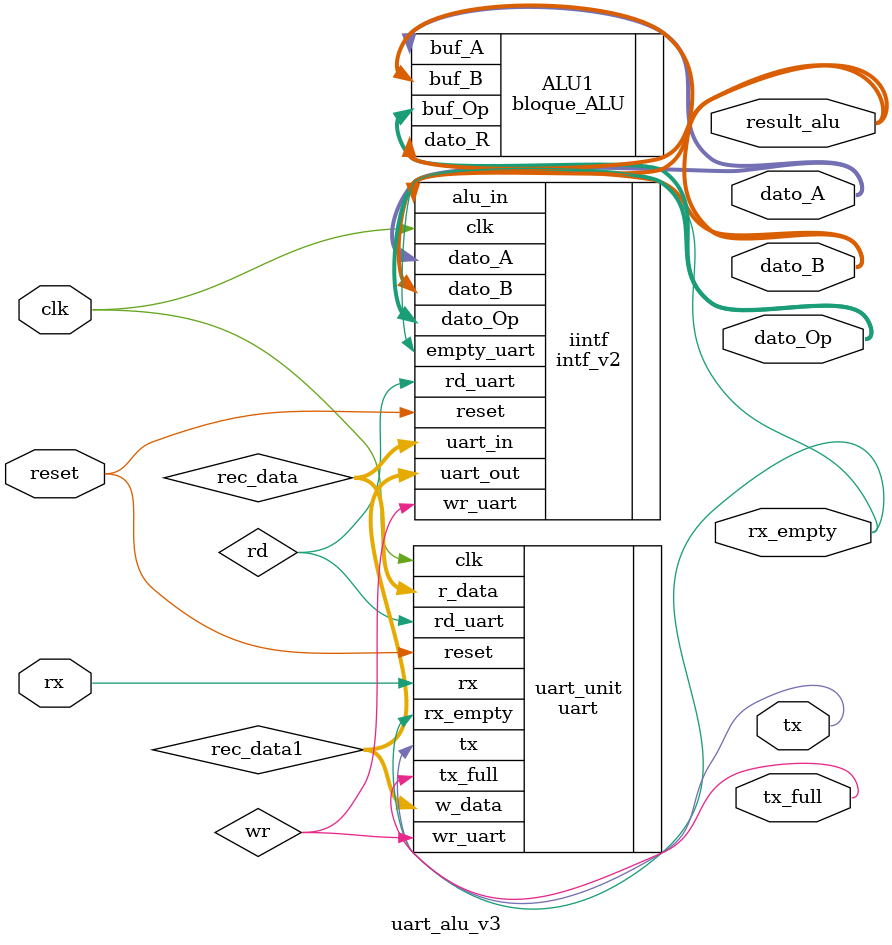
<source format=v>
`timescale 1ns / 1ps
module uart_alu_v3
#(parameter		DBIT = 8, // numero de bits de datos
					SB_TICK = 16, // numero de tick en bit stop
					FIFO_W = 2 // numero de direcciones en buff fifo
)
(clk, reset, rx, tx_full, rx_empty, tx,
 result_alu, dato_A, dato_B, dato_Op);
	
	// Entradas modulo
	input clk;
	input reset;
	input rx;
	//input [DBIT-1:0] dato_tx;
	//input btn_wr;
	
	// Salidas modulo
	output tx;
	output wire tx_full, rx_empty;
	//output wire [DBIT-1:0] r_data; // testbench
	wire [DBIT-1:0] r_data; // realidad
	
	// Variables internas
	//reg clk;
	wire rd, wr; // wr_tick, rd_tick;
   wire [DBIT-1:0] rec_data, rec_data1;
	//wire [DBIT-1:0] buffer; // buffer salida de intf para entrada de manejador ALU
	output wire [DBIT-1:0] result_alu; // resultado de ALU y entrada de intf (alu_in)
	//wire [2:0] pulsadores;
	output wire [DBIT-1:0] dato_A,dato_B;
	output wire [5:0] dato_Op;
	//wire [2:0] pulsadores_tick; // Pulsadores sin rebote (antirrebote)

	// Instancia uart
   uart #(.DBIT(DBIT), .SB_TICK(SB_TICK), .FIFO_W(FIFO_W))
	uart_unit
      (.clk(clk), .reset(reset), .rd_uart(rd),
       .wr_uart(wr), .rx(rx), .w_data(rec_data1),
       .tx_full(tx_full), .rx_empty(rx_empty),
       .r_data(rec_data), .tx(tx));
		 
   /*/ Instancia circuito debounce (antirrebote en pulsadores)
   debounce btn_db_unit
      (.clk(clk), .reset(reset), .sw(rd),
       .db_level(), .db_tick(rd_tick));
		 
	 debounce btn_db_unit2
      (.clk(clk), .reset(reset), .sw(wr),
       .db_level(), .db_tick(wr_tick));*/

	// Instancia de ALU
	bloque_ALU #(.nbits(DBIT)) // paso de parametro, 8 bits en este caso
	ALU1(
		.buf_A(dato_A),
		.buf_B(dato_B),
		.buf_Op(dato_Op),
		.dato_R(result_alu)//.dato_R(dato_R) -> repetando forma 2 de bloque ALU
	);
	
	
	// Instancia de modulo intf
	intf_v2 #(.N(DBIT))
	iintf (
		.clk(clk), 
		.reset(reset), 
		.empty_uart(rx_empty), 
		.uart_in(rec_data), 
		.alu_in(result_alu), 
		.uart_out(rec_data1), // relaidad (rec_data1) 
		.dato_A(dato_A),
		.dato_B(dato_B),
		.dato_Op(dato_Op),
		.rd_uart(rd), 
		.wr_uart(wr)// poner wr
	);
	
	
	//assign rec_data1 = dato_tx + 1;
	//assign r_data = rec_data;
	// wr se ignora por ahora para testear


endmodule

</source>
